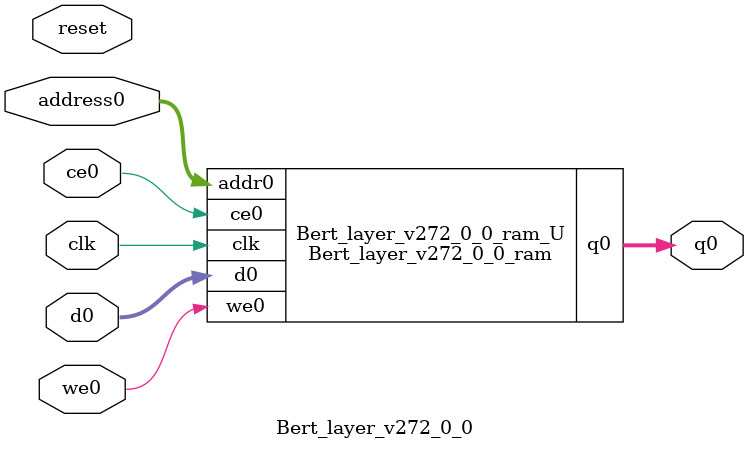
<source format=v>
`timescale 1 ns / 1 ps
module Bert_layer_v272_0_0_ram (addr0, ce0, d0, we0, q0,  clk);

parameter DWIDTH = 32;
parameter AWIDTH = 8;
parameter MEM_SIZE = 256;

input[AWIDTH-1:0] addr0;
input ce0;
input[DWIDTH-1:0] d0;
input we0;
output reg[DWIDTH-1:0] q0;
input clk;

(* ram_style = "block" *)reg [DWIDTH-1:0] ram[0:MEM_SIZE-1];




always @(posedge clk)  
begin 
    if (ce0) begin
        if (we0) 
            ram[addr0] <= d0; 
        q0 <= ram[addr0];
    end
end


endmodule

`timescale 1 ns / 1 ps
module Bert_layer_v272_0_0(
    reset,
    clk,
    address0,
    ce0,
    we0,
    d0,
    q0);

parameter DataWidth = 32'd32;
parameter AddressRange = 32'd256;
parameter AddressWidth = 32'd8;
input reset;
input clk;
input[AddressWidth - 1:0] address0;
input ce0;
input we0;
input[DataWidth - 1:0] d0;
output[DataWidth - 1:0] q0;



Bert_layer_v272_0_0_ram Bert_layer_v272_0_0_ram_U(
    .clk( clk ),
    .addr0( address0 ),
    .ce0( ce0 ),
    .we0( we0 ),
    .d0( d0 ),
    .q0( q0 ));

endmodule


</source>
